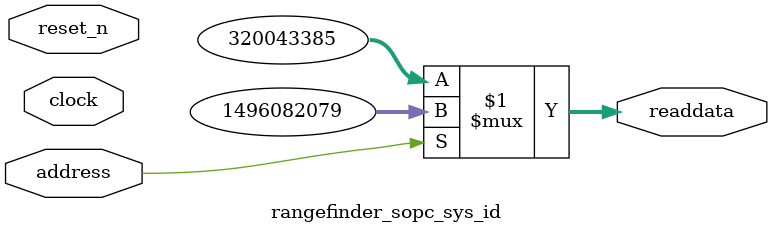
<source format=v>

`timescale 1ns / 1ps
// synthesis translate_on

// turn off superfluous verilog processor warnings 
// altera message_level Level1 
// altera message_off 10034 10035 10036 10037 10230 10240 10030 

module rangefinder_sopc_sys_id (
               // inputs:
                address,
                clock,
                reset_n,

               // outputs:
                readdata
             )
;

  output  [ 31: 0] readdata;
  input            address;
  input            clock;
  input            reset_n;

  wire    [ 31: 0] readdata;
  //control_slave, which is an e_avalon_slave
  assign readdata = address ? 1496082079 : 320043385;

endmodule




</source>
